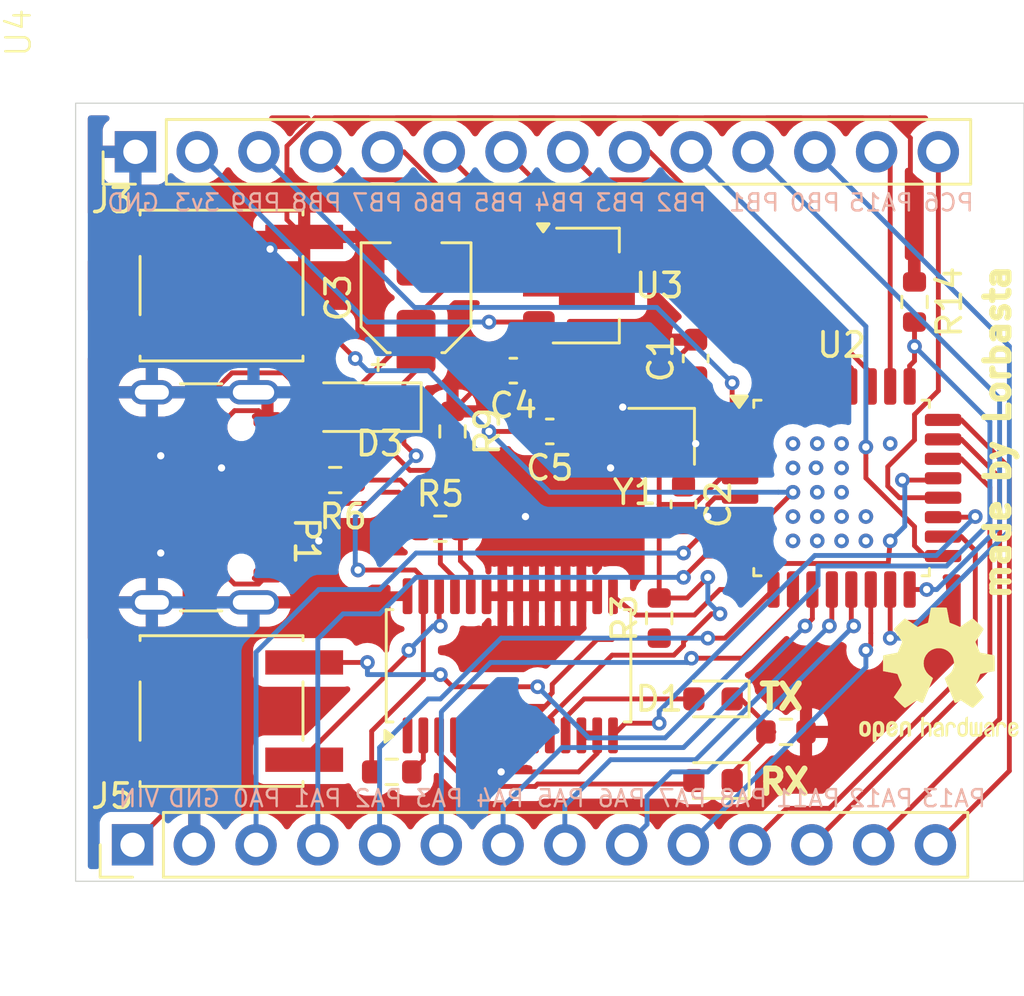
<source format=kicad_pcb>
(kicad_pcb (version 20240108) (generator "pcbnew") (generator_version "8.0")
  (layers (0 "F.Cu" signal) (31 "B.Cu" signal) (34 "B.Paste" user) (35 "F.Paste" user) (36 "B.SilkS" user "B.Silkscreen") (37 "F.SilkS" user "F.Silkscreen") (38 "B.Mask" user) (39 "F.Mask" user) (44 "Edge.Cuts" user))
  (net 0 "")
  (net 1 "OSC_IN")
  (net 2 "Earth")
  (net 3 "OSC_OUT")
  (net 4 "VBUS")
  (net 5 "3v3")
  (net 6 "Net-(D1-A)")
  (net 7 "Net-(D1-K)")
  (net 8 "Net-(D2-A)")
  (net 9 "Net-(D3-A)")
  (net 10 "PA1")
  (net 11 "PA3")
  (net 12 "PA2")
  (net 13 "PA5")
  (net 14 "PA0")
  (net 15 "PA4")
  (net 16 "PB7")
  (net 17 "PA13")
  (net 18 "PA6")
  (net 19 "PB6")
  (net 20 "PA7")
  (net 21 "PA8")
  (net 22 "Net-(P1-CC)")
  (net 23 "DM")
  (net 24 "DP")
  (net 25 "Net-(U4-VBUS-DET)")
  (net 26 "Net-(U4-DM)")
  (net 27 "Net-(U4-DP)")
  (net 28 "Net-(U4-DCNF1)")
  (net 29 "TX")
  (net 30 "RX")
  (net 32 "sec3v3")
  (net 33 "Net-(U2-NRST)")
  (net 34 "PB1")
  (net 35 "PB4")
  (net 36 "PB8")
  (net 37 "PB2")
  (net 38 "PC6")
  (net 39 "PB9")
  (net 40 "PB3")
  (net 41 "PB5")
  (net 42 "PA15")
  (net 43 "PB0")
  (net 44 "PA12")
  (net 45 "PA11")
  (net 46 "Net-(U2-PA14)")
  (footprint "Button_Switch_SMD:SW_SPST_EVQQ2" (layer "F.Cu") (at 24 45.5)
    (property "Reference" "SW4" (hide yes))
    (property "Value" "SW_Push" (hide yes))
  )
  (footprint "Resistor_SMD:R_0603_1608Metric" (layer "F.Cu") (at 28.675 36)
    (property "Reference" "R6")
    (property "Value" "33" (hide yes))
  )
  (footprint "Resistor_SMD:R_0603_1608Metric" (layer "F.Cu") (at 33.5 34 -90)
    (property "Reference" "R9")
    (property "Value" "56k" (hide yes))
  )
  (footprint "Resistor_SMD:R_0603_1608Metric" (layer "F.Cu") (at 31 48 180)
    (property "Reference" "R4" (hide yes))
    (property "Value" "5k")
  )
  (footprint "Capacitor_SMD:C_0603_1608Metric" (layer "F.Cu") (at 43.5 31 90)
    (property "Reference" "C1")
    (property "Value" "10pF")
  )
  (footprint "Connector_USB:USB_C_Receptacle_GCT_USB4105-xx-A_16P_TopMnt_Horizontal" (layer "F.Cu") (at 22.21 36.71 -90)
    (property "Reference" "P1")
    (property "Value" "USB_C_Plug_USB2.0")
  )
  (footprint "Package_TO_SOT_SMD:SOT-89-3" (layer "F.Cu") (at 39 28)
    (property "Reference" "U3")
    (property "Value" "DI78L3.3UAB-DIO")
  )
  (footprint "Button_Switch_SMD:SW_SPST_EVQQ2" (layer "F.Cu") (at 24 28)
    (property "Reference" "SW3" (hide yes))
    (property "Value" "SW_Push" (hide yes))
  )
  (footprint "LED_SMD:LED_0603_1608Metric" (layer "F.Cu") (at 44.2125 45 180)
    (property "Reference" "D1")
    (property "Value" "LED")
  )
  (footprint "Resistor_SMD:R_0603_1608Metric" (layer "F.Cu") (at 52.5 28.675 -90)
    (property "Reference" "R14")
    (property "Value" "10k")
  )
  (footprint "Diode_SMD:D_SOD-123" (layer "F.Cu") (at 29.85 33 180)
    (property "Reference" "D3")
    (property "Value" "SS0520-R1")
  )
  (footprint "Package_QFP:LQFP-32_7x7mm_P0.8mm" (layer "F.Cu") (at 49.5 36.325)
    (property "Reference" "U2")
    (property "Value" "STM32G030K6Tx")
  )
  (footprint "Capacitor_SMD:CP_Elec_4x5.3" (layer "F.Cu") (at 32 28.5 90)
    (property "Reference" "C3")
    (property "Value" "1uF")
  )
  (footprint "Symbol:OSHW-Logo2_7.3x6mm_SilkScreen" (layer "F.Cu") (at 53.5 44)
    (property "Reference" "REF**" (hide yes))
    (property "Value" "OSHW-Logo2_7.3x6mm_SilkScreen" (hide yes))
  )
  (footprint "Connector_PinHeader_2.54mm:PinHeader_1x14_P2.54mm_Vertical" (layer "F.Cu") (at 20.34 51 90)
    (property "Reference" "J5")
    (property "Value" "Conn_01x14_Pin")
  )
  (footprint "Resistor_SMD:R_0603_1608Metric" (layer "F.Cu") (at 33 38)
    (property "Reference" "R5")
    (property "Value" "33" (hide yes))
  )
  (footprint "Connector_PinHeader_2.54mm:PinHeader_1x14_P2.54mm_Vertical" (layer "F.Cu") (at 20.46 22.5 90)
    (property "Reference" "J3")
    (property "Value" "Conn_01x14_Pin")
  )
  (footprint "Capacitor_SMD:C_0603_1608Metric" (layer "F.Cu") (at 36 31.5 180)
    (property "Reference" "C4")
    (property "Value" "100nF")
  )
  (footprint "Resistor_SMD:R_0603_1608Metric" (layer "F.Cu") (at 42 41.675 90)
    (property "Reference" "R3")
    (property "Value" "10k")
  )
  (footprint "Capacitor_SMD:C_0603_1608Metric" (layer "F.Cu") (at 43 37 -90)
    (property "Reference" "C2")
    (property "Value" "10pF")
  )
  (footprint "Resistor_SMD:R_0603_1608Metric" (layer "F.Cu") (at 47.2125 46.35625)
    (property "Reference" "R8" (hide yes))
    (property "Value" "220")
  )
  (footprint "Crystal:Crystal_SMD_2016-4Pin_2.0x1.6mm" (layer "F.Cu") (at 42.1 34.2 180)
    (property "Reference" "Y1")
    (property "Value" "LFXTAL069528CUTT")
  )
  (footprint "Capacitor_SMD:C_0603_1608Metric" (layer "F.Cu") (at 37.5 34)
    (property "Reference" "C5")
    (property "Value" "100nF")
  )
  (footprint "LED_SMD:LED_0603_1608Metric" (layer "F.Cu") (at 44.2125 48.35625 180)
    (property "Reference" "D2" (hide yes))
    (property "Value" "LED" (hide yes))
  )
  (footprint "CustomComps:FT260S-U" (layer "F.Cu") (at 28.65 43.275 90)
    (property "Reference" "U4")
    (property "Value" "~" (hide yes))
  )
  (gr_rect (start 18 20.5) (end 57 52.5) (stroke (width 0.05)) (fill none) (layer "Edge.Cuts"))
  (gr_text "PC6" (at 55 25 0) (layer "B.SilkS") (effects (font (size 0.7 0.7) (thickness 0.1)) (justify left bottom mirror)))
  (gr_text "PB0\n" (at 49.5 25 0) (layer "B.SilkS") (effects (font (size 0.7 0.7) (thickness 0.1)) (justify left bottom mirror)))
  (gr_text "PA1" (at 29 49.5 0) (layer "B.SilkS") (effects (font (size 0.7 0.7) (thickness 0.1)) (justify left bottom mirror)))
  (gr_text "GND" (at 24 49.5 0) (layer "B.SilkS") (effects (font (size 0.7 0.7) (thickness 0.1)) (justify left bottom mirror)))
  (gr_text "3v3" (at 24 25 0) (layer "B.SilkS") (effects (font (size 0.7 0.7) (thickness 0.1)) (justify left bottom mirror)))
  (gr_text "PB7" (at 31.5 25 0) (layer "B.SilkS") (effects (font (size 0.7 0.7) (thickness 0.1)) (justify left bottom mirror)))
  (gr_text "PA8" (at 46.5 49.5 0) (layer "B.SilkS") (effects (font (size 0.7 0.7) (thickness 0.1)) (justify left bottom mirror)))
  (gr_text "PA6" (at 41.5 49.5 0) (layer "B.SilkS") (effects (font (size 0.7 0.7) (thickness 0.1)) (justify left bottom mirror)))
  (gr_text "PB5" (at 36.5 25 0) (layer "B.SilkS") (effects (font (size 0.7 0.7) (thickness 0.1)) (justify left bottom mirror)))
  (gr_text "PA7" (at 44 49.5 0) (layer "B.SilkS") (effects (font (size 0.7 0.7) (thickness 0.1)) (justify left bottom mirror)))
  (gr_text "PA13" (at 55.5 49.5 0) (layer "B.SilkS") (effects (font (size 0.7 0.7) (thickness 0.1)) (justify left bottom mirror)))
  (gr_text "PA2" (at 31.5 49.5 0) (layer "B.SilkS") (effects (font (size 0.7 0.7) (thickness 0.1)) (justify left bottom mirror)))
  (gr_text "PB9\n" (at 26.5 25 0) (layer "B.SilkS") (effects (font (size 0.7 0.7) (thickness 0.1)) (justify left bottom mirror)))
  (gr_text "PA3" (at 34 49.5 0) (layer "B.SilkS") (effects (font (size 0.7 0.7) (thickness 0.1)) (justify left bottom mirror)))
  (gr_text "PB6" (at 34 25 0) (layer "B.SilkS") (effects (font (size 0.7 0.7) (thickness 0.1)) (justify left bottom mirror)))
  (gr_text "PB2" (at 44 25 0) (layer "B.SilkS") (effects (font (size 0.7 0.7) (thickness 0.1)) (justify left bottom mirror)))
  (gr_text "PB1" (at 47 25 0) (layer "B.SilkS") (effects (font (size 0.7 0.7) (thickness 0.1)) (justify left bottom mirror)))
  (gr_text "PA4" (at 36.5 49.5 0) (layer "B.SilkS") (effects (font (size 0.7 0.7) (thickness 0.1)) (justify left bottom mirror)))
  (gr_text "PB8" (at 29 25 0) (layer "B.SilkS") (effects (font (size 0.7 0.7) (thickness 0.1)) (justify left bottom mirror)))
  (gr_text "PA12" (at 52.5 49.5 0) (layer "B.SilkS") (effects (font (size 0.7 0.7) (thickness 0.1)) (justify left bottom mirror)))
  (gr_text "PA5" (at 39 49.5 0) (layer "B.SilkS") (effects (font (size 0.7 0.7) (thickness 0.1)) (justify left bottom mirror)))
  (gr_text "VIN" (at 21.5 49.5 0) (layer "B.SilkS") (effects (font (size 0.7 0.7) (thickness 0.1)) (justify left bottom mirror)))
  (gr_text "PB4" (at 39 25 0) (layer "B.SilkS") (effects (font (size 0.7 0.7) (thickness 0.1)) (justify left bottom mirror)))
  (gr_text "PA0" (at 26.5 49.5 0) (layer "B.SilkS") (effects (font (size 0.7 0.7) (thickness 0.1)) (justify left bottom mirror)))
  (gr_text "PA15" (at 52.5 25 0) (layer "B.SilkS") (effects (font (size 0.7 0.7) (thickness 0.1)) (justify left bottom mirror)))
  (gr_text "PB3" (at 41.5 25 0) (layer "B.SilkS") (effects (font (size 0.7 0.7) (thickness 0.1)) (justify left bottom mirror)))
  (gr_text "GND" (at 21.5 25 0) (layer "B.SilkS") (effects (font (size 0.7 0.7) (thickness 0.1)) (justify left bottom mirror)))
  (gr_text "PA11" (at 49.5 49.5 0) (layer "B.SilkS") (effects (font (size 0.7 0.7) (thickness 0.1)) (justify left bottom mirror)))
  (gr_text "RX" (at 46 49 0) (layer "F.SilkS") (effects (font (size 1 1) (thickness 0.25) (bold yes)) (justify left bottom)))
  (gr_text "TX" (at 46 45.5 0) (layer "F.SilkS") (effects (font (size 1 1) (thickness 0.25) (bold yes)) (justify left bottom)))
  (gr_text "made by Lorbasta" (at 56.5 41 90) (layer "F.SilkS") (effects (font (size 1 1) (thickness 0.25) (bold yes)) (justify left bottom)))
  (via (at 48.5 38.5) (size 0.6) (drill 0.3) (layers "F.Cu" "B.Cu") (net 0))
  (via (at 49.5 34.5) (size 0.6) (drill 0.3) (layers "F.Cu" "B.Cu") (net 0))
  (via (at 49.5 36.5) (size 0.6) (drill 0.3) (layers "F.Cu" "B.Cu") (net 0))
  (via (at 48.5 34.5) (size 0.6) (drill 0.3) (layers "F.Cu" "B.Cu") (net 0))
  (via (at 49.5 38.5) (size 0.6) (drill 0.3) (layers "F.Cu" "B.Cu") (net 0))
  (via (at 48.5 37.5) (size 0.6) (drill 0.3) (layers "F.Cu" "B.Cu") (net 0))
  (via (at 47.5 38.5) (size 0.6) (drill 0.3) (layers "F.Cu" "B.Cu") (net 0))
  (via (at 51.5 34.5) (size 0.6) (drill 0.3) (layers "F.Cu" "B.Cu") (net 0))
  (via (at 50.5 37.5) (size 0.6) (drill 0.3) (layers "F.Cu" "B.Cu") (net 0))
  (via (at 48.449111 35.494103) (size 0.6) (drill 0.3) (layers "F.Cu" "B.Cu") (net 0))
  (via (at 49.5 35.5) (size 0.6) (drill 0.3) (layers "F.Cu" "B.Cu") (net 0))
  (via (at 50.5 38.5) (size 0.6) (drill 0.3) (layers "F.Cu" "B.Cu") (net 0))
  (via (at 47.5 37.5) (size 0.6) (drill 0.3) (layers "F.Cu" "B.Cu") (net 0))
  (via (at 48.5 36.5) (size 0.6) (drill 0.3) (layers "F.Cu" "B.Cu") (net 0))
  (via (at 49.5 37.5) (size 0.6) (drill 0.3) (layers "F.Cu" "B.Cu") (net 0))
  (via (at 47.5 34.5) (size 0.6) (drill 0.3) (layers "F.Cu" "B.Cu") (net 0))
  (via (at 47.5 35.5) (size 0.6) (drill 0.3) (layers "F.Cu" "B.Cu") (net 0))
  (segment (start 41.6 33.7) (end 41.6 33.675) (width 0.2) (layer "F.Cu") (net 1))
  (segment (start 43.5 31.775) (end 43.5 33.249999) (width 0.2) (layer "F.Cu") (net 1))
  (segment (start 41.6 33.675) (end 43.5 31.775) (width 0.2) (layer "F.Cu") (net 1))
  (segment (start 44.575001 34.325) (end 45.325 34.325) (width 0.2) (layer "F.Cu") (net 1))
  (segment (start 43.5 33.249999) (end 44.575001 34.325) (width 0.2) (layer "F.Cu") (net 1))
  (segment (start 36.55 32.275) (end 38.275 34) (width 0.2) (layer "F.Cu") (net 2))
  (segment (start 40.725 33) (end 40.5 33) (width 0.2) (layer "F.Cu") (net 2))
  (segment (start 35.225 31.5) (end 36 32.275) (width 0.2) (layer "F.Cu") (net 2))
  (segment (start 30.5 25) (end 29.5 26) (width 0.2) (layer "F.Cu") (net 2))
  (segment (start 36.2 47.237499) (end 35.868749 47.56875) (width 0.2) (layer "F.Cu") (net 2))
  (segment (start 27.853654 21.1) (end 26.69 22.263654) (width 0.2) (layer "F.Cu") (net 2))
  (segment (start 24.535406 40.275) (end 24 39.739594) (width 0.2) (layer "F.Cu") (net 2))
  (segment (start 45.325 36.725) (end 44.289382 36.725) (width 0.2) (layer "F.Cu") (net 2))
  (segment (start 36.2 47.3) (end 36.2 46.5) (width 0.2) (layer "F.Cu") (net 2))
  (segment (start 30.8 25) (end 30.5 25) (width 0.2) (layer "F.Cu") (net 2))
  (segment (start 35.225 31.5) (end 35.175 31.5) (width 0.2) (layer "F.Cu") (net 2))
  (segment (start 35.5 48) (end 34.362501 48) (width 0.2) (layer "F.Cu") (net 2))
  (segment (start 35.175 31.5) (end 33.5 33.175) (width 0.2) (layer "F.Cu") (net 2))
  (segment (start 35.868749 47.56875) (end 33.93125 47.56875) (width 0.2) (layer "F.Cu") (net 2))
  (segment (start 43.239382 37.775) (end 43 37.775) (width 0.2) (layer "F.Cu") (net 2))
  (segment (start 52.5 27.85) (end 52.33 27.68) (width 0.2) (layer "F.Cu") (net 2))
  (segment (start 24.535406 33.145) (end 24 33.680406) (width 0.2) (layer "F.Cu") (net 2))
  (segment (start 34.362501 48) (end 33.6 47.237499) (width 0.2) (layer "F.Cu") (net 2))
  (segment (start 32.3 26.5) (end 32 26.2) (width 0.2) (layer "F.Cu") (net 2))
  (segment (start 24 33.680406) (end 24 35.5) (width 0.2) (layer "F.Cu") (net 2))
  (segment (start 32 26.2) (end 30.8 25) (width 0.2) (layer "F.Cu") (net 2))
  (segment (start 43.5 34) (end 43.5 34.5) (width 0.2) (layer "F.Cu") (net 2))
  (segment (start 51.5 21.1) (end 27.853654 21.1) (width 0.2) (layer "F.Cu") (net 2))
  (segment (start 39.45 47.237499) (end 38.687499 48) (width 0.2) (layer "F.Cu") (net 2))
  (segment (start 38.8 46.5) (end 39.45 46.5) (width 0.2) (layer "F.Cu") (net 2))
  (segment (start 29.5 26) (end 27.4 26) (width 0.2) (layer "F.Cu") (net 2))
  (segment (start 26.69 25.29) (end 27.4 26) (width 0.2) (layer "F.Cu") (net 2))
  (segment (start 25.525 40.275) (end 24.535406 40.275) (width 0.2) (layer "F.Cu") (net 2))
  (segment (start 52.33 27.68) (end 52.33 21.93) (width 0.2) (layer "F.Cu") (net 2))
  (segment (start 41.6 34.5) (end 41.25 34.5) (width 0.2) (layer "F.Cu") (net 2))
  (segment (start 25.89 38.46) (end 27.96 38.46) (width 0.2) (layer "F.Cu") (net 2))
  (segment (start 36.2 46.5) (end 36.2 47.237499) (width 0.2) (layer "F.Cu") (net 2))
  (segment (start 37.05 26.5) (end 32.3 26.5) (width 0.2) (layer "F.Cu") (net 2))
  (segment (start 43.5 30.225) (end 40.725 33) (width 0.2) (layer "F.Cu") (net 2))
  (segment (start 36 32.275) (end 36.55 32.275) (width 0.2) (layer "F.Cu") (net 2))
  (segment (start 25.89 39.91) (end 25.525 40.275) (width 0.2) (layer "F.Cu") (net 2))
  (segment (start 25.89 33.51) (end 25.525 33.145) (width 0.2) (layer "F.Cu") (net 2))
  (segment (start 38.687499 48) (end 35.5 48) (width 0.2) (layer "F.Cu") (net 2))
  (segment (start 44 37.014382) (end 44 37.5) (width 0.2) (layer "F.Cu") (net 2))
  (segment (start 42.7 33.7) (end 43.2 33.7) (width 0.2) (layer "F.Cu") (net 2))
  (segment (start 35.5 48) (end 36.2 47.3) (width 0.2) (layer "F.Cu") (net 2))
  (segment (start 25.525 33.145) (end 24.535406 33.145) (width 0.2) (layer "F.Cu") (net 2))
  (segment (start 33.6 47.237499) (end 33.6 46.5) (width 0.2) (layer "F.Cu") (net 2))
  (segment (start 40.5 33.75) (end 40.5 33) (width 0.2) (layer "F.Cu") (net 2))
  (segment (start 33.900001 47.5375) (end 33.6 47.237499) (width 0.2) (layer "F.Cu") (net 2))
  (segment (start 44 37.5) (end 43.514382 37.5) (width 0.2) (layer "F.Cu") (net 2))
  (segment (start 39.45 46.5) (end 39.45 47.237499) (width 0.2) (layer "F.Cu") (net 2))
  (segment (start 24 39.739594) (end 24 35.5) (width 0.2) (layer "F.Cu") (net 2))
  (segment (start 52.33 21.93) (end 51.5 21.1) (width 0.2) (layer "F.Cu") (net 2))
  (segment (start 41.25 34.5) (end 40.5 33.75) (width 0.2) (layer "F.Cu") (net 2))
  (segment (start 26.69 22.263654) (end 26.69 25.29) (width 0.2) (layer "F.Cu") (net 2))
  (segment (start 43.2 33.7) (end 43.5 34) (width 0.2) (layer "F.Cu") (net 2))
  (segment (start 33.93125 47.56875) (end 33.6 47.237499) (width 0.2) (layer "F.Cu") (net 2))
  (segment (start 44.289382 36.725) (end 44 37.014382) (width 0.2) (layer "F.Cu") (net 2))
  (segment (start 27.96 38.46) (end 28 38.5) (width 0.2) (layer "F.Cu") (net 2))
  (segment (start 43.514382 37.5) (end 43.239382 37.775) (width 0.2) (layer "F.Cu") (net 2))
  (via (at 28 38.5) (size 0.6) (drill 0.3) (layers "F.Cu" "B.Cu") (net 2))
  (via (at 26 26.5) (size 0.6) (drill 0.3) (layers "F.Cu" "B.Cu") (net 2))
  (via (at 21.5 35) (size 0.6) (drill 0.3) (layers "F.Cu" "B.Cu") (net 2))
  (via (at 35.5 48) (size 0.6) (drill 0.3) (layers "F.Cu" "B.Cu") (net 2))
  (via (at 24 35.5) (size 0.6) (drill 0.3) (layers "F.Cu" "B.Cu") (net 2))
  (via (at 36.5 37.5) (size 0.6) (drill 0.3) (layers "F.Cu" "B.Cu") (net 2))
  (via (at 40.5 33) (size 0.6) (drill 0.3) (layers "F.Cu" "B.Cu") (net 2))
  (via (at 43.5 34.5) (size 0.6) (drill 0.3) (layers "F.Cu" "B.Cu") (net 2))
  (via (at 44 37.5) (size 0.6) (drill 0.3) (layers "F.Cu" "B.Cu") (net 2))
  (via (at 21.5 39) (size 0.6) (drill 0.3) (layers "F.Cu" "B.Cu") (net 2))
  (via (at 40 35.5) (size 0.6) (drill 0.3) (layers "F.Cu" "B.Cu") (net 2))
  (segment (start 42.5 35.5) (end 40 35.5) (width 0.2) (layer "B.Cu") (net 2))
  (segment (start 43.5 34.5) (end 42.5 35.5) (width 0.2) (layer "B.Cu") (net 2))
  (segment (start 40.5 35) (end 40 35.5) (width 0.2) (layer "B.Cu") (net 2))
  (segment (start 40.5 33) (end 40.5 35) (width 0.2) (layer "B.Cu") (net 2))
  (segment (start 43 36.225) (end 44.1 35.125) (width 0.2) (layer "F.Cu") (net 3))
  (segment (start 42.7 34.5) (end 42.7 35.925) (width 0.2) (layer "F.Cu") (net 3))
  (segment (start 42.7 35.925) (end 43 36.225) (width 0.2) (layer "F.Cu") (net 3))
  (segment (start 44.1 35.125) (end 45.325 35.125) (width 0.2) (layer "F.Cu") (net 3))
  (segment (start 31.5 34.5) (end 32 35) (width 0.2) (layer "F.Cu") (net 4))
  (segment (start 24.433629 31.59) (end 22.5 33.523629) (width 0.2) (layer "F.Cu") (net 4))
  (segment (start 26.555 31.59) (end 24.433629 31.59) (width 0.2) (layer "F.Cu") (net 4))
  (segment (start 31.96177 39.699271) (end 32.3 40.037501) (width 0.2) (layer "F.Cu") (net 4))
  (segment (start 22.5 33.523629) (end 22.5 48.84) (width 0.2) (layer "F.Cu") (net 4))
  (segment (start 22.5 48.84) (end 20.34 51) (width 0.2) (layer "F.Cu") (net 4))
  (segment (start 30.175 46.325) (end 30.175 48) (width 0.2) (layer "F.Cu") (net 4))
  (segment (start 29.61435 39.699271) (end 31.96177 39.699271) (width 0.2) (layer "F.Cu") (net 4))
  (segment (start 31.5 32) (end 32 31.5) (width 0.2) (layer "F.Cu") (net 4))
  (segment (start 32.3 40.037501) (end 32.3 40.775) (width 0.2) (layer "F.Cu") (net 4))
  (segment (start 32.3 44.2) (end 30.175 46.325) (width 0.2) (layer "F.Cu") (net 4))
  (segment (start 31.5 33) (end 31.5 34.5) (width 0.2) (layer "F.Cu") (net 4))
  (segment (start 33.3 28) (end 37.1375 28) (width 0.2) (layer "F.Cu") (net 4))
  (segment (start 32 29.3) (end 33.3 28) (width 0.2) (layer "F.Cu") (net 4))
  (segment (start 32 31.5) (end 32 29.3) (width 0.2) (layer "F.Cu") (net 4))
  (segment (start 32.3 40.775) (end 32.3 44.2) (width 0.2) (layer "F.Cu") (net 4))
  (segment (start 32 29.8) (end 29.7 32.1) (width 0.2) (layer "F.Cu") (net 4))
  (segment (start 29.7 32.1) (end 27.065 32.1) (width 0.2) (layer "F.Cu") (net 4))
  (segment (start 27.065 32.1) (end 26.555 31.59) (width 0.2) (layer "F.Cu") (net 4))
  (segment (start 31.5 33) (end 31.5 32) (width 0.2) (layer "F.Cu") (net 4))
  (via (at 32 35) (size 0.6) (drill 0.3) (layers "F.Cu" "B.Cu") (net 4))
  (via (at 29.61435 39.699271) (size 0.6) (drill 0.3) (layers "F.Cu" "B.Cu") (net 4))
  (segment (start 32 35) (end 29.5 37.5) (width 0.2) (layer "B.Cu") (net 4))
  (segment (start 29.5 37.5) (end 29.5 38.9) (width 0.2) (layer "B.Cu") (net 4))
  (segment (start 29.5 39) (end 29.5 39.5) (width 0.2) (layer "B.Cu") (net 4))
  (segment (start 29.5 38.9) (end 29.5 39) (width 0.2) (layer "B.Cu") (net 4))
  (segment (start 37.5 46.5) (end 37.5 45.762501) (width 0.2) (layer "F.Cu") (net 5))
  (segment (start 39.5 34) (end 37 31.5) (width 0.2) (layer "F.Cu") (net 5))
  (segment (start 42.602941 43.2) (end 43 42.802941) (width 0.2) (layer "F.Cu") (net 5))
  (segment (start 44.151471 41.5) (end 44.5 41.5) (width 0.2) (layer "F.Cu") (net 5))
  (segment (start 43.448696 37) (end 42 37) (width 0.2) (layer "F.Cu") (net 5))
  (segment (start 42 41) (end 42 40.85) (width 0.2) (layer "F.Cu") (net 5))
  (segment (start 36.775 31.225) (end 37 31) (width 0.2) (layer "F.Cu") (net 5))
  (segment (start 42 40.85) (end 42 37) (width 0.2) (layer "F.Cu") (net 5))
  (segment (start 44 40) (end 43.15 40.85) (width 0.2) (layer "F.Cu") (net 5))
  (segment (start 43 42.802941) (end 43 42.651471) (width 0.2) (layer "F.Cu") (net 5))
  (segment (start 40.1625 34) (end 39.5 34) (width 0.2) (layer "F.Cu") (net 5))
  (segment (start 44.523696 35.925) (end 43.448696 37) (width 0.2) (layer "F.Cu") (net 5))
  (segment (start 43 42.651471) (end 44.151471 41.5) (width 0.2) (layer "F.Cu") (net 5))
  (segment (start 37 31) (end 37 30.5) (width 0.2) (layer "F.Cu") (net 5))
  (segment (start 37 31.574999) (end 37 31) (width 0.2) (layer "F.Cu") (net 5))
  (segment (start 37.05 30.45) (end 37 30.5) (width 0.2) (layer "F.Cu") (net 5))
  (segment (start 42 37) (end 42 35.8375) (width 0.2) (layer "F.Cu") (net 5))
  (segment (start 37.5 45.762501) (end 40.062501 43.2) (width 0.2) (layer "F.Cu") (net 5))
  (segment (start 37 31.5) (end 36.775 31.5) (width 0.2) (layer "F.Cu") (net 5))
  (segment (start 40.062501 43.2) (end 42.602941 43.2) (width 0.2) (layer "F.Cu") (net 5))
  (segment (start 36.775 31.5) (end 36.775 31.225) (width 0.2) (layer "F.Cu") (net 5))
  (segment (start 42 35.8375) (end 40.1625 34) (width 0.2) (layer "F.Cu") (net 5))
  (segment (start 45.325 35.925) (end 44.523696 35.925) (width 0.2) (layer "F.Cu") (net 5))
  (segment (start 35 29.5) (end 37.05 29.5) (width 0.2) (layer "F.Cu") (net 5))
  (segment (start 43.15 40.85) (end 42 40.85) (width 0.2) (layer "F.Cu") (net 5))
  (segment (start 37.05 29.5) (end 37.05 30.45) (width 0.2) (layer "F.Cu") (net 5))
  (via (at 44.5 41.5) (size 0.6) (drill 0.3) (layers "F.Cu" "B.Cu") (net 5))
  (via (at 35 29.5) (size 0.6) (drill 0.3) (layers "F.Cu" "B.Cu") (net 5))
  (via (at 44 40) (size 0.6) (drill 0.3) (layers "F.Cu" "B.Cu") (net 5))
  (segment (start 44.5 41.5) (end 44 41) (width 0.2) (layer "B.Cu") (net 5))
  (segment (start 44 41) (end 44 40) (width 0.2) (layer "B.Cu") (net 5))
  (segment (start 30 29.5) (end 35 29.5) (width 0.2) (layer "B.Cu") (net 5))
  (segment (start 23 22.5) (end 30 29.5) (width 0.2) (layer "B.Cu") (net 5))
  (segment (start 38.15 45.762501) (end 38.15 46.5) (width 0.2) (layer "F.Cu") (net 6))
  (segment (start 43.425 45) (end 38.912501 45) (width 0.2) (layer "F.Cu") (net 6))
  (segment (start 38.912501 45) (end 38.15 45.762501) (width 0.2) (layer "F.Cu") (net 6))
  (segment (start 45 44.64375) (end 46.7125 46.35625) (width 0.2) (layer "F.Cu") (net 7))
  (segment (start 45 48.06875) (end 46.7125 46.35625) (width 0.2) (layer "F.Cu") (net 7))
  (segment (start 45 48.35625) (end 45 48.06875) (width 0.2) (layer "F.Cu") (net 7))
  (segment (start 37 48.5) (end 36.9 48.6) (width 0.2) (layer "F.Cu") (net 8))
  (segment (start 43.28125 48.5) (end 37 48.5) (width 0.2) (layer "F.Cu") (net 8))
  (segment (start 43.225 48.55625) (end 43.425 48.35625) (width 0.2) (layer "F.Cu") (net 8))
  (segment (start 36.9 48.6) (end 34.312501 48.6) (width 0.2) (layer "F.Cu") (net 8))
  (segment (start 32.95 47.237499) (end 32.95 46.5) (width 0.2) (layer "F.Cu") (net 8))
  (segment (start 43.425 48.35625) (end 43.28125 48.5) (width 0.2) (layer "F.Cu") (net 8))
  (segment (start 34.312501 48.6) (end 32.95 47.237499) (width 0.2) (layer "F.Cu") (net 8))
  (segment (start 25.43259 39.11) (end 25.015 38.69241) (width 0.2) (layer "F.Cu") (net 9))
  (segment (start 25.89 34.31) (end 26.89 34.31) (width 0.2) (layer "F.Cu") (net 9))
  (segment (start 25.015 34.610001) (end 25.315001 34.31) (width 0.2) (layer "F.Cu") (net 9))
  (segment (start 25.89 39.11) (end 25.43259 39.11) (width 0.2) (layer "F.Cu") (net 9))
  (segment (start 26.89 34.31) (end 28.2 33) (width 0.2) (layer "F.Cu") (net 9))
  (segment (start 25.315001 34.31) (end 25.89 34.31) (width 0.2) (layer "F.Cu") (net 9))
  (segment (start 25.015 38.69241) (end 25.015 34.610001) (width 0.2) (layer "F.Cu") (net 9))
  (segment (start 43.875 39.125) (end 43 40) (width 0.2) (layer "F.Cu") (net 10))
  (segment (start 45.325 39.125) (end 43.875 39.125) (width 0.2) (layer "F.Cu") (net 10))
  (via (at 43 40) (size 0.6) (drill 0.3) (layers "F.Cu" "B.Cu") (net 10))
  (segment (start 29 41.5) (end 27.96 42.54) (width 0.2) (layer "B.Cu") (net 10))
  (segment (start 32 40) (end 30.5 41.5) (width 0.2) (layer "B.Cu") (net 10))
  (segment (start 43 40) (end 32 40) (width 0.2) (layer "B.Cu") (net 10))
  (segment (start 30.5 41.5) (end 29 41.5) (width 0.2) (layer "B.Cu") (net 10))
  (segment (start 27.96 42.54) (end 27.96 51) (width 0.2) (layer "B.Cu") (net 10))
  (segment (start 45.424264 43.325735) (end 47.5 41.249999) (width 0.2) (layer "F.Cu") (net 11))
  (segment (start 47.5 41.249999) (end 47.5 40.5) (width 0.2) (layer "F.Cu") (net 11))
  (segment (start 43.325735 43.325735) (end 45.424264 43.325735) (width 0.2) (layer "F.Cu") (net 11))
  (via (at 43.325735 43.325735) (size 0.6) (drill 0.3) (layers "F.Cu" "B.Cu") (net 11))
  (segment (start 43.15147 43.5) (end 35.065686 43.5) (width 0.2) (layer "B.Cu") (net 11))
  (segment (start 33.04 45.54) (end 33.04 51) (width 0.2) (layer "B.Cu") (net 11))
  (segment (start 35.065686 43.5) (end 33.065686 45.5) (width 0.2) (layer "B.Cu") (net 11))
  (segment (start 43.325735 43.325735) (end 43.15147 43.5) (width 0.2) (layer "B.Cu") (net 11))
  (segment (start 44.7 42.5) (end 44 42.5) (width 0.2) (layer "F.Cu") (net 12))
  (segment (start 46.7 40.5) (end 44.7 42.5) (width 0.2) (layer "F.Cu") (net 12))
  (via (at 44 42.5) (size 0.6) (drill 0.3) (layers "F.Cu" "B.Cu") (net 12))
  (segment (start 30.5 47) (end 30.5 51) (width 0.2) (layer "B.Cu") (net 12))
  (segment (start 33 45) (end 32.5 45) (width 0.2) (layer "B.Cu") (net 12))
  (segment (start 32.5 45) (end 30.5 47) (width 0.2) (layer "B.Cu") (net 12))
  (segment (start 44 42.5) (end 35.5 42.5) (width 0.2) (layer "B.Cu") (net 12))
  (segment (start 35.5 42.5) (end 33 45) (width 0.2) (layer "B.Cu") (net 12))
  (segment (start 49.1 41.9) (end 49 42) (width 0.2) (layer "F.Cu") (net 13))
  (segment (start 49.1 40.5) (end 49.1 41.9) (width 0.2) (layer "F.Cu") (net 13))
  (via (at 49 42) (size 0.6) (drill 0.3) (layers "F.Cu" "B.Cu") (net 13))
  (segment (start 38.12 49.38) (end 38.12 51) (width 0.2) (layer "B.Cu") (net 13))
  (segment (start 49 42) (end 43.5 47.5) (width 0.2) (layer "B.Cu") (net 13))
  (segment (start 43.5 47.5) (end 40 47.5) (width 0.2) (layer "B.Cu") (net 13))
  (segment (start 40 47.5) (end 38.12 49.38) (width 0.2) (layer "B.Cu") (net 13))
  (segment (start 45.325 38.325) (end 43.675 38.325) (width 0.2) (layer "F.Cu") (net 14))
  (segment (start 43.675 38.325) (end 43 39) (width 0.2) (layer "F.Cu") (net 14))
  (via (at 43 39) (size 0.6) (drill 0.3) (layers "F.Cu" "B.Cu") (net 14))
  (segment (start 30.5 40.5) (end 28 40.5) (width 0.2) (layer "B.Cu") (net 14))
  (segment (start 25.42 43.08) (end 25.42 51) (width 0.2) (layer "B.Cu") (net 14))
  (segment (start 28 40.5) (end 25.42 43.08) (width 0.2) (layer "B.Cu") (net 14))
  (segment (start 32 39) (end 30.5 40.5) (width 0.2) (layer "B.Cu") (net 14))
  (segment (start 43 39) (end 32 39) (width 0.2) (layer "B.Cu") (net 14))
  (segment (start 48.3 40.5) (end 48.3 41.7) (width 0.2) (layer "F.Cu") (net 15))
  (segment (start 48.3 41.7) (end 48 42) (width 0.2) (layer "F.Cu") (net 15))
  (via (at 48 42) (size 0.6) (drill 0.3) (layers "F.Cu" "B.Cu") (net 15))
  (segment (start 35.58 49.42) (end 35.58 51) (width 0.2) (layer "B.Cu") (net 15))
  (segment (start 38 47) (end 35.58 49.42) (width 0.2) (layer "B.Cu") (net 15))
  (segment (start 48 42) (end 43 47) (width 0.2) (layer "B.Cu") (net 15))
  (segment (start 43 47) (end 38 47) (width 0.2) (layer "B.Cu") (net 15))
  (segment (start 40.949999 24.85) (end 33.85 24.85) (width 0.2) (layer "F.Cu") (net 16))
  (segment (start 47.5 31.400001) (end 40.949999 24.85) (width 0.2) (layer "F.Cu") (net 16))
  (segment (start 31.5 22.5) (end 30.62 22.5) (width 0.2) (layer "F.Cu") (net 16))
  (segment (start 33.85 24.85) (end 31.5 22.5) (width 0.2) (layer "F.Cu") (net 16))
  (segment (start 47.5 32.15) (end 47.5 31.400001) (width 0.2) (layer "F.Cu") (net 16))
  (segment (start 54.424999 33.525) (end 56.4 35.500001) (width 0.2) (layer "F.Cu") (net 17))
  (segment (start 53.675 33.525) (end 54.424999 33.525) (width 0.2) (layer "F.Cu") (net 17))
  (segment (start 56.4 35.500001) (end 56.4 47.96) (width 0.2) (layer "F.Cu") (net 17))
  (segment (start 56.4 47.96) (end 53.36 51) (width 0.2) (layer "F.Cu") (net 17))
  (segment (start 49.9 41.9) (end 50 42) (width 0.2) (layer "F.Cu") (net 18))
  (segment (start 49.9 40.5) (end 49.9 41.9) (width 0.2) (layer "F.Cu") (net 18))
  (via (at 50 42) (size 0.6) (drill 0.3) (layers "F.Cu" "B.Cu") (net 18))
  (segment (start 44 48) (end 42.5 48) (width 0.2) (layer "B.Cu") (net 18))
  (segment (start 50 42) (end 44 48) (width 0.2) (layer "B.Cu") (net 18))
  (segment (start 41.5 49) (end 41.5 50.16) (width 0.2) (layer "B.Cu") (net 18))
  (segment (start 42.5 48) (end 41.5 49) (width 0.2) (layer "B.Cu") (net 18))
  (segment (start 41.5 50.16) (end 40.66 51) (width 0.2) (layer "B.Cu") (net 18))
  (segment (start 35.11 24.45) (end 33.16 22.5) (width 0.2) (layer "F.Cu") (net 19))
  (segment (start 48.3 31.595494) (end 41.154506 24.45) (width 0.2) (layer "F.Cu") (net 19))
  (segment (start 41.154506 24.45) (end 35.11 24.45) (width 0.2) (layer "F.Cu") (net 19))
  (segment (start 48.3 32.15) (end 48.3 31.595494) (width 0.2) (layer "F.Cu") (net 19))
  (segment (start 50.7 42.8) (end 50.5 43) (width 0.2) (layer "F.Cu") (net 20))
  (segment (start 50.7 40.5) (end 50.7 42.3) (width 0.2) (layer "F.Cu") (net 20))
  (segment (start 50.7 42.3) (end 50.7 42.8) (width 0.2) (layer "F.Cu") (net 20))
  (via (at 50.5 43) (size 0.6) (drill 0.3) (layers "F.Cu" "B.Cu") (net 20))
  (segment (start 50.5 43) (end 50.5 43.7) (width 0.2) (layer "B.Cu") (net 20))
  (segment (start 50.5 43.7) (end 43.2 51) (width 0.2) (layer "B.Cu") (net 20))
  (segment (start 54.424999 38.325) (end 55 38.900001) (width 0.2) (layer "F.Cu") (net 21))
  (segment (start 47.24 49.5) (end 45.74 51) (width 0.2) (layer "F.Cu") (net 21))
  (segment (start 53.675 38.325) (end 54.424999 38.325) (width 0.2) (layer "F.Cu") (net 21))
  (segment (start 49 49.5) (end 47.24 49.5) (width 0.2) (layer "F.Cu") (net 21))
  (segment (start 55 43.5) (end 49 49.5) (width 0.2) (layer "F.Cu") (net 21))
  (segment (start 55 38.900001) (end 55 43.5) (width 0.2) (layer "F.Cu") (net 21))
  (segment (start 31.151471 35) (end 31.751471 35.6) (width 0.2) (layer "F.Cu") (net 22))
  (segment (start 27.202352 35.46) (end 27.662352 35) (width 0.2) (layer "F.Cu") (net 22))
  (segment (start 32.9 35.6) (end 33.5 35) (width 0.2) (layer "F.Cu") (net 22))
  (segment (start 25.89 35.46) (end 27.202352 35.46) (width 0.2) (layer "F.Cu") (net 22))
  (segment (start 27.662352 35) (end 31.151471 35) (width 0.2) (layer "F.Cu") (net 22))
  (segment (start 31.751471 35.6) (end 32.9 35.6) (width 0.2) (layer "F.Cu") (net 22))
  (segment (start 25.89 36.96) (end 30.04 36.96) (width 0.2) (layer "F.Cu") (net 23))
  (segment (start 30.04 36.96) (end 30.5 36.5) (width 0.2) (layer "F.Cu") (net 23))
  (segment (start 32.175 38) (end 32.175 38.25) (width 0.2) (layer "F.Cu") (net 23))
  (segment (start 30.5 36.5) (end 31.296962 36.5) (width 0.2) (layer "F.Cu") (net 23))
  (segment (start 32.175 37.378038) (end 32.175 38) (width 0.2) (layer "F.Cu") (net 23))
  (segment (start 31.296962 36.5) (end 32.175 37.378038) (width 0.2) (layer "F.Cu") (net 23))
  (segment (start 25.89 36.46) (end 27.39 36.46) (width 0.2) (layer "F.Cu") (net 24))
  (segment (start 27.39 36.46) (end 27.85 36) (width 0.2) (layer "F.Cu") (net 24))
  (segment (start 32.3 47.525) (end 32.3 46.5) (width 0.2) (layer "F.Cu") (net 25))
  (segment (start 31.825 48) (end 32.3 47.525) (width 0.2) (layer "F.Cu") (net 25))
  (segment (start 33.825 39.325) (end 34.25 39.75) (width 0.2) (layer "F.Cu") (net 26))
  (segment (start 34.25 39.75) (end 34.25 40.775) (width 0.2) (layer "F.Cu") (net 26))
  (segment (start 33.825 38) (end 33.825 39.325) (width 0.2) (layer "F.Cu") (net 26))
  (segment (start 33 37.637352) (end 33 39.437501) (width 0.2) (layer "F.Cu") (net 27))
  (segment (start 31.362648 36) (end 33 37.637352) (width 0.2) (layer "F.Cu") (net 27))
  (segment (start 33.6 40.037501) (end 33.6 40.775) (width 0.2) (layer "F.Cu") (net 27))
  (segment (start 33 39.437501) (end 33.6 40.037501) (width 0.2) (layer "F.Cu") (net 27))
  (segment (start 29.5 36) (end 31.362648 36) (width 0.2) (layer "F.Cu") (net 27))
  (segment (start 39.443749 42.556251) (end 40.056251 42.556251) (width 0.2) (layer "F.Cu") (net 28))
  (segment (start 34.9 46.5) (end 35.55 46.5) (width 0.2) (layer "F.Cu") (net 28))
  (segment (start 37.5 44.848529) (end 37.6 44.748529) (width 0.2) (layer "F.Cu") (net 28))
  (segment (start 34.25 46.5) (end 34.9 46.5) (width 0.2) (layer "F.Cu") (net 28))
  (segment (start 37.5 45.112502) (end 37.5 44.848529) (width 0.2) (layer "F.Cu") (net 28))
  (segment (start 36.85 46.5) (end 36.85 45.762501) (width 0.2) (layer "F.Cu") (net 28))
  (segment (start 40.056251 42.556251) (end 40.112502 42.5) (width 0.2) (layer "F.Cu") (net 28))
  (segment (start 35.55 45.762501) (end 36.00625 45.306251) (width 0.2) (layer "F.Cu") (net 28))
  (segment (start 36.85 45.762501) (end 37.306251 45.306251) (width 0.2) (layer "F.Cu") (net 28))
  (segment (start 37.6 44.748529) (end 37.6 44.4) (width 0.2) (layer "F.Cu") (net 28))
  (segment (start 35.55 46.5) (end 35.55 45.762501) (width 0.2) (layer "F.Cu") (net 28))
  (segment (start 36.00625 45.306251) (end 37.306251 45.306251) (width 0.2) (layer "F.Cu") (net 28))
  (segment (start 40.056251 42.556251) (end 40.112501 42.5) (width 0.2) (layer "F.Cu") (net 28))
  (segment (start 40.112502 42.5) (end 42 42.5) (width 0.2) (layer "F.Cu") (net 28))
  (segment (start 37.306251 45.306251) (end 37.5 45.112502) (width 0.2) (layer "F.Cu") (net 28))
  (segment (start 37.6 44.4) (end 39.443749 42.556251) (width 0.2) (layer "F.Cu") (net 28))
  (segment (start 51.5 38.5) (end 51.419023 38.580977) (width 0.2) (layer "F.Cu") (net 29))
  (segment (start 43.45 41.55) (end 41.05 41.55) (width 0.2) (layer "F.Cu") (net 29))
  (segment (start 41 41.5) (end 40.1 40.775) (width 0.2) (layer "F.Cu") (net 29))
  (segment (start 51.419023 39.429506) (end 46.375 39.429506) (width 0.2) (layer "F.Cu") (net 29))
  (segment (start 46.375 39.429506) (end 45.304506 40.5) (width 0.2) (layer "F.Cu") (net 29))
  (segment (start 51.5 38.5) (end 51.419023 39.429506) (width 0.2) (layer "F.Cu") (net 29))
  (segment (start 41.05 41.55) (end 41 41.5) (width 0.2) (layer "F.Cu") (net 29))
  (segment (start 44.5 40.5) (end 43.45 41.55) (width 0.2) (layer "F.Cu") (net 29))
  (segment (start 52 36) (end 53.6 36) (width 0.2) (layer "F.Cu") (net 29))
  (segment (start 53.6 36) (end 53.675 35.925) (width 0.2) (layer "F.Cu") (net 29))
  (segment (start 45.304506 40.5) (end 44.5 40.5) (width 0.2) (layer "F.Cu") (net 29))
  (via (at 51.5 38.5) (size 0.6) (drill 0.3) (layers "F.Cu" "B.Cu") (net 29))
  (via (at 52 36) (size 0.6) (drill 0.3) (layers "F.Cu" "B.Cu") (net 29))
  (segment (start 51.5 38.5) (end 52.1 37.9) (width 0.2) (layer "B.Cu") (net 29))
  (segment (start 52.1 37.9) (end 52.1 36.1) (width 0.2) (layer "B.Cu") (net 29))
  (segment (start 52.1 36.1) (end 52 36) (width 0.2) (layer "B.Cu") (net 29))
  (segment (start 53.675 37.525) (end 54.975 37.525) (width 0.2) (layer "F.Cu") (net 30))
  (segment (start 42 46) (end 40.6 46) (width 0.2) (layer "F.Cu") (net 30))
  (segment (start 54.975 37.525) (end 55 37.5) (width 0.2) (layer "F.Cu") (net 30))
  (segment (start 40.6 46) (end 40.1 46.5) (width 0.2) (layer "F.Cu") (net 30))
  (via (at 42 46) (size 0.6) (drill 0.3) (layers "F.Cu" "B.Cu") (net 30))
  (via (at 55 37.5) (size 0.6) (drill 0.3) (layers "F.Cu" "B.Cu") (net 30))
  (segment (start 48.4 39.1) (end 42 45.5) (width 0.2) (layer "B.Cu") (net 30))
  (segment (start 53.4 39.1) (end 48.4 39.1) (width 0.2) (layer "B.Cu") (net 30))
  (segment (start 55 37.5) (end 53.4 39.1) (width 0.2) (layer "B.Cu") (net 30))
  (segment (start 42 45.5) (end 42 46) (width 0.2) (layer "B.Cu") (net 30))
  (segment (start 31.7 43) (end 31.7 43.1) (width 0.2) (layer "F.Cu") (net 32))
  (segment (start 32.95 40.775) (end 32.95 41.95) (width 0.2) (layer "F.Cu") (net 32))
  (segment (start 32.95 41.95) (end 33 42) (width 0.2) (layer "F.Cu") (net 32))
  (segment (start 31.7 43.1) (end 27.3 47.5) (width 0.2) (layer "F.Cu") (net 32))
  (via (at 33 42) (size 0.6) (drill 0.3) (layers "F.Cu" "B.Cu") (net 32))
  (via (at 31.7 43) (size 0.6) (drill 0.3) (layers "F.Cu" "B.Cu") (net 32))
  (segment (start 32.7 42) (end 31.7 43) (width 0.2) (layer "B.Cu") (net 32))
  (segment (start 33 42) (end 32.7 42) (width 0.2) (layer "B.Cu") (net 32))
  (segment (start 28.5 30) (end 29.5 31) (width 0.2) (layer "F.Cu") (net 33))
  (segment (start 35 34) (end 36.725 34) (width 0.2) (layer "F.Cu") (net 33))
  (segment (start 46.475 37.525) (end 45.325 37.525) (width 0.2) (layer "F.Cu") (net 33))
  (segment (start 27.4 30) (end 28.5 30) (width 0.2) (layer "F.Cu") (net 33))
  (segment (start 47.5 36.5) (end 46.475 37.525) (width 0.2) (layer "F.Cu") (net 33))
  (segment (start 20.6 30) (end 27.4 30) (width 0.2) (layer "F.Cu") (net 33))
  (via (at 35 34) (size 0.6) (drill 0.3) (layers "F.Cu" "B.Cu") (net 33))
  (via (at 29.5 31) (size 0.6) (drill 0.3) (layers "F.Cu" "B.Cu") (net 33))
  (via (at 47.5 36.5) (size 0.6) (drill 0.3) (layers "F.Cu" "B.Cu") (net 33))
  (segment (start 37.5 36.5) (end 46.9 36.5) (width 0.2) (layer "B.Cu") (net 33))
  (segment (start 30 31.5) (end 32.5 31.5) (width 0.2) (layer "B.Cu") (net 33))
  (segment (start 35 34) (end 37.5 36.5) (width 0.2) (layer "B.Cu") (net 33))
  (segment (start 32.5 31.5) (end 35 34) (width 0.2) (layer "B.Cu") (net 33))
  (segment (start 29.5 31) (end 30 31.5) (width 0.2) (layer "B.Cu") (net 33))
  (segment (start 46.9 36.5) (end 47.5 36.5) (width 0.2) (layer "B.Cu") (net 33))
  (segment (start 52.3 40.5) (end 53 40.5) (width 0.2) (layer "F.Cu") (net 34))
  (via (at 53 40.5) (size 0.6) (drill 0.3) (layers "F.Cu" "B.Cu") (net 34))
  (segment (start 56 32.64) (end 45.86 22.5) (width 0.2) (layer "B.Cu") (net 34))
  (segment (start 53.414215 40.5) (end 56 37.914215) (width 0.2) (layer "B.Cu") (net 34))
  (segment (start 56 37.914215) (end 56 32.64) (width 0.2) (layer "B.Cu") (net 34))
  (segment (start 53 40.5) (end 53.414215 40.5) (width 0.2) (layer "B.Cu") (net 34))
  (segment (start 39.39 23.65) (end 38.24 22.5) (width 0.2) (layer "F.Cu") (net 35))
  (segment (start 49.9 32.15) (end 49.9 31.400001) (width 0.2) (layer "F.Cu") (net 35))
  (segment (start 42.149999 23.65) (end 39.39 23.65) (width 0.2) (layer "F.Cu") (net 35))
  (segment (start 49.9 31.400001) (end 42.149999 23.65) (width 0.2) (layer "F.Cu") (net 35))
  (segment (start 46.7 32.15) (end 39.8 25.25) (width 0.2) (layer "F.Cu") (net 36))
  (segment (start 39.8 25.25) (end 33.684314 25.25) (width 0.2) (layer "F.Cu") (net 36))
  (segment (start 33.684314 25.25) (end 32.084314 23.65) (width 0.2) (layer "F.Cu") (net 36))
  (segment (start 29.23 23.65) (end 28.08 22.5) (width 0.2) (layer "F.Cu") (net 36))
  (segment (start 32.084314 23.65) (end 29.23 23.65) (width 0.2) (layer "F.Cu") (net 36))
  (segment (start 52.5 38.699999) (end 52.5 37.914214) (width 0.2) (layer "F.Cu") (net 37))
  (segment (start 50.5 35.914214) (end 50.5 35.1) (width 0.2) (layer "F.Cu") (net 37))
  (segment (start 52.925001 39.125) (end 52.5 38.699999) (width 0.2) (layer "F.Cu") (net 37))
  (segment (start 53.675 39.125) (end 52.925001 39.125) (width 0.2) (layer "F.Cu") (net 37))
  (segment (start 52.5 37.914214) (end 50.5 35.914214) (width 0.2) (layer "F.Cu") (net 37))
  (segment (start 50.5 35.1) (end 50.5 34.5) (width 0.2) (layer "F.Cu") (net 37))
  (via (at 50.499308 34.638795) (size 0.6) (drill 0.3) (layers "F.Cu" "B.Cu") (net 37))
  (segment (start 50.499308 29.679308) (end 43.32 22.5) (width 0.2) (layer "B.Cu") (net 37))
  (segment (start 50.499308 34.638795) (end 50.499308 29.679308) (width 0.2) (layer "B.Cu") (net 37))
  (segment (start 52.5 33.304506) (end 53.48 32.324506) (width 0.2) (layer "F.Cu") (net 38))
  (segment (start 52.5 34.348529) (end 52.5 33.304506) (width 0.2) (layer "F.Cu") (net 38))
  (segment (start 53.675 36.725) (end 51.876471 36.725) (width 0.2) (layer "F.Cu") (net 38))
  (segment (start 53.48 32.324506) (end 53.48 22.5) (width 0.2) (layer "F.Cu") (net 38))
  (segment (start 51.876471 36.725) (end 51.4 36.248529) (width 0.2) (layer "F.Cu") (net 38))
  (segment (start 51.4 35.448529) (end 52.5 34.348529) (width 0.2) (layer "F.Cu") (net 38))
  (segment (start 51.4 36.248529) (end 51.4 35.448529) (width 0.2) (layer "F.Cu") (net 38))
  (segment (start 45.325 33.525) (end 45 33.2) (width 0.2) (layer "F.Cu") (net 39))
  (segment (start 45 33.2) (end 45 32) (width 0.2) (layer "F.Cu") (net 39))
  (via (at 45 32) (size 0.6) (drill 0.3) (layers "F.Cu" "B.Cu") (net 39))
  (segment (start 41.9 28.9) (end 31.94 28.9) (width 0.2) (layer "B.Cu") (net 39))
  (segment (start 31.94 28.9) (end 25.54 22.5) (width 0.2) (layer "B.Cu") (net 39))
  (segment (start 45 32) (end 41.9 28.9) (width 0.2) (layer "B.Cu") (net 39))
  (segment (start 50.7 31.595494) (end 41.604506 22.5) (width 0.2) (layer "F.Cu") (net 40))
  (segment (start 41.604506 22.5) (end 40.78 22.5) (width 0.2) (layer "F.Cu") (net 40))
  (segment (start 50.7 32.15) (end 50.7 31.595494) (width 0.2) (layer "F.Cu") (net 40))
  (segment (start 41.749999 24.05) (end 37.25 24.05) (width 0.2) (layer "F.Cu") (net 41))
  (segment (start 37.25 24.05) (end 35.7 22.5) (width 0.2) (layer "F.Cu") (net 41))
  (segment (start 49.1 32.15) (end 49.1 31.400001) (width 0.2) (layer "F.Cu") (net 41))
  (segment (start 49.1 31.400001) (end 41.749999 24.05) (width 0.2) (layer "F.Cu") (net 41))
  (segment (start 51.5 32.15) (end 51.5 23.06) (width 0.2) (layer "F.Cu") (net 42))
  (segment (start 51.5 23.06) (end 50.94 22.5) (width 0.2) (layer "F.Cu") (net 42))
  (segment (start 51.5 42.5) (end 51.5 40.5) (width 0.2) (layer "F.Cu") (net 43))
  (via (at 51.5 42.5) (size 0.6) (drill 0.3) (layers "F.Cu" "B.Cu") (net 43))
  (segment (start 56.4 30.5) (end 48.4 22.5) (width 0.2) (layer "B.Cu") (net 43))
  (segment (start 51.9799 42.5) (end 56.4 38.0799) (width 0.2) (layer "B.Cu") (net 43))
  (segment (start 51.5 42.5) (end 51.9799 42.5) (width 0.2) (layer "B.Cu") (net 43))
  (segment (start 56.4 38.0799) (end 56.4 30.5) (width 0.2) (layer "B.Cu") (net 43))
  (segment (start 53.675 34.325) (end 54.424999 34.325) (width 0.2) (layer "F.Cu") (net 44))
  (segment (start 56 45.82) (end 50.82 51) (width 0.2) (layer "F.Cu") (net 44))
  (segment (start 56 35.900001) (end 56 45.82) (width 0.2) (layer "F.Cu") (net 44))
  (segment (start 54.424999 34.325) (end 56 35.900001) (width 0.2) (layer "F.Cu") (net 44))
  (segment (start 53.675 35.125) (end 54.424999 35.125) (width 0.2) (layer "F.Cu") (net 45))
  (segment (start 55.6 43.68) (end 48.28 51) (width 0.2) (layer "F.Cu") (net 45))
  (segment (start 54.424999 35.125) (end 55.6 36.300001) (width 0.2) (layer "F.Cu") (net 45))
  (segment (start 55.6 36.300001) (end 55.6 43.68) (width 0.2) (layer "F.Cu") (net 45))
  (segment (start 33.5 44.5) (end 37 44.5) (width 0.2) (layer "F.Cu") (net 46))
  (segment (start 33 44) (end 33.5 44.5) (width 0.2) (layer "F.Cu") (net 46))
  (segment (start 30 43.5) (end 27.3 43.5) (width 0.2) (layer "F.Cu") (net 46))
  (segment (start 52.5 30.5) (end 52.5 29.825) (width 0.2) (layer "F.Cu") (net 46))
  (segment (start 52.5 31.1) (end 52.5 30.5) (width 0.2) (layer "F.Cu") (net 46))
  (segment (start 52.3 32.15) (end 52.3 31.3) (width 0.2) (layer "F.Cu") (net 46))
  (segment (start 52.3 31.3) (end 52.5 31.1) (width 0.2) (layer "F.Cu") (net 46))
  (via (at 52.5 30.5) (size 0.6) (drill 0.3) (layers "F.Cu" "B.Cu") (net 46))
  (via (at 30 43.5) (size 0.6) (drill 0.3) (layers "F.Cu" "B.Cu") (net 46))
  (via (at 37 44.5) (size 0.6) (drill 0.3) (layers "F.Cu" "B.Cu") (net 46))
  (via (at 33 44) (size 0.6) (drill 0.3) (layers "F.Cu" "B.Cu") (net 46))
  (segment (start 53.815686 39.532843) (end 48.532843 39.532843) (width 0.2) (layer "B.Cu") (net 46))
  (segment (start 48.532843 39.532843) (end 48.532843 40.315686) (width 0.2) (layer "B.Cu") (net 46))
  (segment (start 55.6 33.6) (end 55.6 37.748529) (width 0.2) (layer "B.Cu") (net 46))
  (segment (start 39.1 46.6) (end 42.248529 46.6) (width 0.2) (layer "B.Cu") (net 46))
  (segment (start 52.5 30.5) (end 55.6 33.6) (width 0.2) (layer "B.Cu") (net 46))
  (segment (start 37 44.5) (end 39.1 46.6) (width 0.2) (layer "B.Cu") (net 46))
  (segment (start 42.248529 46.6) (end 42.424264 46.424264) (width 0.2) (layer "B.Cu") (net 46))
  (segment (start 55.6 37.748529) (end 53.815686 39.532843) (width 0.2) (layer "B.Cu") (net 46))
  (segment (start 30 44) (end 33 44) (width 0.2) (layer "B.Cu") (net 46))
  (segment (start 48.532843 40.315686) (end 42.424264 46.424264) (width 0.2) (layer "B.Cu") (net 46))
  (segment (start 30 44) (end 30 43.5) (width 0.2) (layer "B.Cu") (net 46))
  (zone (net 2) (net_name "Earth") (layer "F.Cu") (priority 2) (connect_pads (clearance 0.5)) (min_thickness 0.25) (fill yes (thermal_gap 0.5) (thermal_bridge_width 0.5))
    (polygon (pts (xy 18.5 21) (xy 57 21) (xy 57 52.5) (xy 18.5 52.5)))
  )
  (zone (net 2) (net_name "Earth") (layer "B.Cu") (priority 3) (connect_pads (clearance 0.5)) (min_thickness 0.25) (fill yes (thermal_gap 0.5) (thermal_bridge_width 0.5))
    (polygon (pts (xy 18.5 20.5) (xy 57 20.5) (xy 57 52.5) (xy 18.5 52.5)))
  )
)
</source>
